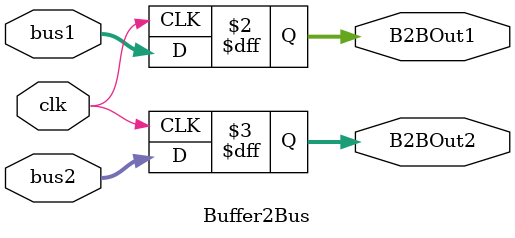
<source format=v>
module Buffer2Bus #(parameter WIDTH = 32)(
input [WIDTH-1:0] bus1, bus2, 
input clk,
output reg [WIDTH-1:0] B2BOut1, B2BOut2  //Buffer 2 buses Output
);

always @ (posedge clk)
begin	
		
	B2BOut1 <= bus1;
	B2BOut2 <= bus2;
	
end

endmodule 
</source>
